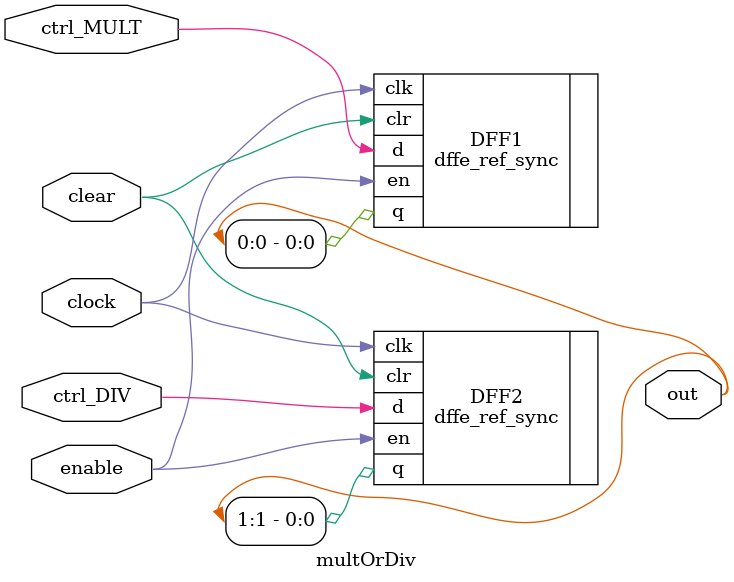
<source format=v>
module multOrDiv(ctrl_MULT, ctrl_DIV, out, clock, enable, clear);
    input ctrl_MULT, ctrl_DIV, clock, enable, clear;
    output [1:0] out;

    dffe_ref_sync DFF1(.q(out[0]), .d(ctrl_MULT), .clk(clock), .en(enable), .clr(clear));
    dffe_ref_sync DFF2(.q(out[1]), .d(ctrl_DIV), .clk(clock), .en(enable), .clr(clear));
endmodule
</source>
